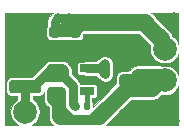
<source format=gtl>
%TF.GenerationSoftware,KiCad,Pcbnew,(5.1.7)-1*%
%TF.CreationDate,2021-10-17T00:26:19+02:00*%
%TF.ProjectId,1A buck v1,31412062-7563-46b2-9076-312e6b696361,rev?*%
%TF.SameCoordinates,Original*%
%TF.FileFunction,Copper,L1,Top*%
%TF.FilePolarity,Positive*%
%FSLAX46Y46*%
G04 Gerber Fmt 4.6, Leading zero omitted, Abs format (unit mm)*
G04 Created by KiCad (PCBNEW (5.1.7)-1) date 2021-10-17 00:26:19*
%MOMM*%
%LPD*%
G01*
G04 APERTURE LIST*
%TA.AperFunction,ComponentPad*%
%ADD10C,2.000000*%
%TD*%
%TA.AperFunction,SMDPad,CuDef*%
%ADD11R,1.220000X0.650000*%
%TD*%
%TA.AperFunction,ViaPad*%
%ADD12C,0.800000*%
%TD*%
%TA.AperFunction,ViaPad*%
%ADD13C,0.600000*%
%TD*%
%TA.AperFunction,Conductor*%
%ADD14C,0.800000*%
%TD*%
%TA.AperFunction,Conductor*%
%ADD15C,0.600000*%
%TD*%
%TA.AperFunction,Conductor*%
%ADD16C,0.400000*%
%TD*%
%TA.AperFunction,Conductor*%
%ADD17C,0.100000*%
%TD*%
G04 APERTURE END LIST*
%TO.P,C5,2*%
%TO.N,GND*%
%TA.AperFunction,SMDPad,CuDef*%
G36*
G01*
X144403000Y-86317000D02*
X144903000Y-86317000D01*
G75*
G02*
X145128000Y-86542000I0J-225000D01*
G01*
X145128000Y-86992000D01*
G75*
G02*
X144903000Y-87217000I-225000J0D01*
G01*
X144403000Y-87217000D01*
G75*
G02*
X144178000Y-86992000I0J225000D01*
G01*
X144178000Y-86542000D01*
G75*
G02*
X144403000Y-86317000I225000J0D01*
G01*
G37*
%TD.AperFunction*%
%TO.P,C5,1*%
%TO.N,OUT+*%
%TA.AperFunction,SMDPad,CuDef*%
G36*
G01*
X144403000Y-84767000D02*
X144903000Y-84767000D01*
G75*
G02*
X145128000Y-84992000I0J-225000D01*
G01*
X145128000Y-85442000D01*
G75*
G02*
X144903000Y-85667000I-225000J0D01*
G01*
X144403000Y-85667000D01*
G75*
G02*
X144178000Y-85442000I0J225000D01*
G01*
X144178000Y-84992000D01*
G75*
G02*
X144403000Y-84767000I225000J0D01*
G01*
G37*
%TD.AperFunction*%
%TD*%
%TO.P,C6,2*%
%TO.N,GND*%
%TA.AperFunction,SMDPad,CuDef*%
G36*
G01*
X142688500Y-86317000D02*
X143188500Y-86317000D01*
G75*
G02*
X143413500Y-86542000I0J-225000D01*
G01*
X143413500Y-86992000D01*
G75*
G02*
X143188500Y-87217000I-225000J0D01*
G01*
X142688500Y-87217000D01*
G75*
G02*
X142463500Y-86992000I0J225000D01*
G01*
X142463500Y-86542000D01*
G75*
G02*
X142688500Y-86317000I225000J0D01*
G01*
G37*
%TD.AperFunction*%
%TO.P,C6,1*%
%TO.N,OUT+*%
%TA.AperFunction,SMDPad,CuDef*%
G36*
G01*
X142688500Y-84767000D02*
X143188500Y-84767000D01*
G75*
G02*
X143413500Y-84992000I0J-225000D01*
G01*
X143413500Y-85442000D01*
G75*
G02*
X143188500Y-85667000I-225000J0D01*
G01*
X142688500Y-85667000D01*
G75*
G02*
X142463500Y-85442000I0J225000D01*
G01*
X142463500Y-84992000D01*
G75*
G02*
X142688500Y-84767000I225000J0D01*
G01*
G37*
%TD.AperFunction*%
%TD*%
%TO.P,C3,2*%
%TO.N,GND*%
%TA.AperFunction,SMDPad,CuDef*%
G36*
G01*
X148188499Y-86715700D02*
X150388501Y-86715700D01*
G75*
G02*
X150638500Y-86965699I0J-249999D01*
G01*
X150638500Y-87615701D01*
G75*
G02*
X150388501Y-87865700I-249999J0D01*
G01*
X148188499Y-87865700D01*
G75*
G02*
X147938500Y-87615701I0J249999D01*
G01*
X147938500Y-86965699D01*
G75*
G02*
X148188499Y-86715700I249999J0D01*
G01*
G37*
%TD.AperFunction*%
%TO.P,C3,1*%
%TO.N,OUT+*%
%TA.AperFunction,SMDPad,CuDef*%
G36*
G01*
X148188499Y-83765700D02*
X150388501Y-83765700D01*
G75*
G02*
X150638500Y-84015699I0J-249999D01*
G01*
X150638500Y-84665701D01*
G75*
G02*
X150388501Y-84915700I-249999J0D01*
G01*
X148188499Y-84915700D01*
G75*
G02*
X147938500Y-84665701I0J249999D01*
G01*
X147938500Y-84015699D01*
G75*
G02*
X148188499Y-83765700I249999J0D01*
G01*
G37*
%TD.AperFunction*%
%TD*%
%TO.P,C1,2*%
%TO.N,GND*%
%TA.AperFunction,SMDPad,CuDef*%
G36*
G01*
X141536601Y-87452100D02*
X139336599Y-87452100D01*
G75*
G02*
X139086600Y-87202101I0J249999D01*
G01*
X139086600Y-86552099D01*
G75*
G02*
X139336599Y-86302100I249999J0D01*
G01*
X141536601Y-86302100D01*
G75*
G02*
X141786600Y-86552099I0J-249999D01*
G01*
X141786600Y-87202101D01*
G75*
G02*
X141536601Y-87452100I-249999J0D01*
G01*
G37*
%TD.AperFunction*%
%TO.P,C1,1*%
%TO.N,VCC*%
%TA.AperFunction,SMDPad,CuDef*%
G36*
G01*
X141536601Y-90402100D02*
X139336599Y-90402100D01*
G75*
G02*
X139086600Y-90152101I0J249999D01*
G01*
X139086600Y-89502099D01*
G75*
G02*
X139336599Y-89252100I249999J0D01*
G01*
X141536601Y-89252100D01*
G75*
G02*
X141786600Y-89502099I0J-249999D01*
G01*
X141786600Y-90152101D01*
G75*
G02*
X141536601Y-90402100I-249999J0D01*
G01*
G37*
%TD.AperFunction*%
%TD*%
D10*
%TO.P,H2,1*%
%TO.N,GND*%
X140436600Y-84683600D03*
%TD*%
%TO.P,R1,2*%
%TO.N,VCC*%
%TA.AperFunction,SMDPad,CuDef*%
G36*
G01*
X144923000Y-91305800D02*
X144923000Y-91675800D01*
G75*
G02*
X144788000Y-91810800I-135000J0D01*
G01*
X144518000Y-91810800D01*
G75*
G02*
X144383000Y-91675800I0J135000D01*
G01*
X144383000Y-91305800D01*
G75*
G02*
X144518000Y-91170800I135000J0D01*
G01*
X144788000Y-91170800D01*
G75*
G02*
X144923000Y-91305800I0J-135000D01*
G01*
G37*
%TD.AperFunction*%
%TO.P,R1,1*%
%TO.N,Net-(R1-Pad1)*%
%TA.AperFunction,SMDPad,CuDef*%
G36*
G01*
X145943000Y-91305800D02*
X145943000Y-91675800D01*
G75*
G02*
X145808000Y-91810800I-135000J0D01*
G01*
X145538000Y-91810800D01*
G75*
G02*
X145403000Y-91675800I0J135000D01*
G01*
X145403000Y-91305800D01*
G75*
G02*
X145538000Y-91170800I135000J0D01*
G01*
X145808000Y-91170800D01*
G75*
G02*
X145943000Y-91305800I0J-135000D01*
G01*
G37*
%TD.AperFunction*%
%TD*%
%TO.P,-,1*%
%TO.N,OUT-*%
X152247600Y-89306400D03*
%TD*%
%TO.P,+,1*%
%TO.N,OUT+*%
X152247600Y-86614000D03*
%TD*%
%TO.P,-,1*%
%TO.N,VCC*%
X140436600Y-91973400D03*
%TD*%
%TO.P,C4,2*%
%TO.N,GND*%
%TA.AperFunction,SMDPad,CuDef*%
G36*
G01*
X146133800Y-85667000D02*
X147083800Y-85667000D01*
G75*
G02*
X147333800Y-85917000I0J-250000D01*
G01*
X147333800Y-86417000D01*
G75*
G02*
X147083800Y-86667000I-250000J0D01*
G01*
X146133800Y-86667000D01*
G75*
G02*
X145883800Y-86417000I0J250000D01*
G01*
X145883800Y-85917000D01*
G75*
G02*
X146133800Y-85667000I250000J0D01*
G01*
G37*
%TD.AperFunction*%
%TO.P,C4,1*%
%TO.N,OUT+*%
%TA.AperFunction,SMDPad,CuDef*%
G36*
G01*
X146133800Y-83767000D02*
X147083800Y-83767000D01*
G75*
G02*
X147333800Y-84017000I0J-250000D01*
G01*
X147333800Y-84517000D01*
G75*
G02*
X147083800Y-84767000I-250000J0D01*
G01*
X146133800Y-84767000D01*
G75*
G02*
X145883800Y-84517000I0J250000D01*
G01*
X145883800Y-84017000D01*
G75*
G02*
X146133800Y-83767000I250000J0D01*
G01*
G37*
%TD.AperFunction*%
%TD*%
D11*
%TO.P,U1,5*%
%TO.N,OUT-*%
X143074400Y-90190400D03*
%TO.P,U1,4*%
%TO.N,VCC*%
X143074400Y-88290400D03*
%TO.P,U1,3*%
%TO.N,Net-(L1-Pad1)*%
X145694400Y-88290400D03*
%TO.P,U1,2*%
%TO.N,GND*%
X145694400Y-89240400D03*
%TO.P,U1,1*%
%TO.N,Net-(R1-Pad1)*%
X145694400Y-90190400D03*
%TD*%
%TO.P,R2,1*%
%TO.N,OUT-*%
%TA.AperFunction,SMDPad,CuDef*%
G36*
G01*
X148663497Y-88778000D02*
X149913503Y-88778000D01*
G75*
G02*
X150163500Y-89027997I0J-249997D01*
G01*
X150163500Y-89653003D01*
G75*
G02*
X149913503Y-89903000I-249997J0D01*
G01*
X148663497Y-89903000D01*
G75*
G02*
X148413500Y-89653003I0J249997D01*
G01*
X148413500Y-89027997D01*
G75*
G02*
X148663497Y-88778000I249997J0D01*
G01*
G37*
%TD.AperFunction*%
%TO.P,R2,2*%
%TO.N,GND*%
%TA.AperFunction,SMDPad,CuDef*%
G36*
G01*
X148663497Y-91703000D02*
X149913503Y-91703000D01*
G75*
G02*
X150163500Y-91952997I0J-249997D01*
G01*
X150163500Y-92578003D01*
G75*
G02*
X149913503Y-92828000I-249997J0D01*
G01*
X148663497Y-92828000D01*
G75*
G02*
X148413500Y-92578003I0J249997D01*
G01*
X148413500Y-91952997D01*
G75*
G02*
X148663497Y-91703000I249997J0D01*
G01*
G37*
%TD.AperFunction*%
%TD*%
D12*
%TO.N,GND*%
X151396700Y-92735400D03*
X152273000Y-92710000D03*
X153136600Y-92710000D03*
X145694400Y-87287100D03*
X146507200Y-87109300D03*
X153035000Y-83947000D03*
D13*
X141719300Y-90919300D03*
D12*
%TO.N,OUT+*%
X143205200Y-84048600D03*
X144119600Y-84048600D03*
%TO.N,Net-(L1-Pad1)*%
X147218400Y-88773000D03*
X147218400Y-87909400D03*
%TD*%
D14*
%TO.N,GND*%
X140436600Y-86877100D02*
X140436600Y-84683600D01*
%TO.N,VCC*%
X140436600Y-91973400D02*
X140436600Y-89827100D01*
X140436600Y-89827100D02*
X141122400Y-89827100D01*
X142659100Y-88290400D02*
X143074400Y-88290400D01*
X143484600Y-88290400D02*
X143074400Y-88290400D01*
X144653000Y-91490800D02*
X144471910Y-91309710D01*
X143074400Y-88290400D02*
X143074400Y-88383673D01*
X144471910Y-89781183D02*
X144471910Y-91309710D01*
X143387526Y-88696800D02*
X143474163Y-88783437D01*
X142252700Y-88696800D02*
X143387526Y-88696800D01*
X143074400Y-88383673D02*
X143474163Y-88783437D01*
X142252700Y-88696800D02*
X142659100Y-88290400D01*
X143074400Y-88290400D02*
X143586200Y-88290400D01*
X143734514Y-88438714D02*
X143734514Y-89043786D01*
X143586200Y-88290400D02*
X143734514Y-88438714D01*
X143734514Y-89043786D02*
X144471910Y-89781183D01*
X143474163Y-88783437D02*
X143734514Y-89043786D01*
X143692328Y-89001600D02*
X143734514Y-89043786D01*
X141947900Y-89001600D02*
X143692328Y-89001600D01*
X141122400Y-89827100D02*
X141947900Y-89001600D01*
X141947900Y-89001600D02*
X142252700Y-88696800D01*
%TO.N,OUT+*%
X149275800Y-84277200D02*
X149910800Y-84277200D01*
X149199600Y-84201000D02*
X149275800Y-84277200D01*
D15*
X144653000Y-85217000D02*
X144665700Y-85217000D01*
D14*
X142938500Y-84315300D02*
X143205200Y-84048600D01*
X142938500Y-85217000D02*
X142938500Y-84315300D01*
X143205200Y-84048600D02*
X144119600Y-84048600D01*
X144653000Y-84582000D02*
X144119600Y-84048600D01*
X144653000Y-85217000D02*
X144653000Y-84582000D01*
X143598900Y-85217000D02*
X143598900Y-84759800D01*
X142938500Y-85217000D02*
X143598900Y-85217000D01*
X143598900Y-85217000D02*
X144653000Y-85217000D01*
X143598900Y-84759800D02*
X143700500Y-84658200D01*
X143700500Y-84658200D02*
X144056100Y-84658200D01*
X146608800Y-84267000D02*
X145603000Y-84267000D01*
X144338000Y-84267000D02*
X144119600Y-84048600D01*
X145603000Y-84267000D02*
X144338000Y-84267000D01*
X149214800Y-84267000D02*
X149288500Y-84340700D01*
X146608800Y-84267000D02*
X149214800Y-84267000D01*
X149288500Y-84340700D02*
X149974300Y-84340700D01*
X151015700Y-84429600D02*
X152247600Y-85661500D01*
X150336250Y-84702650D02*
X150463250Y-84829650D01*
X150463250Y-84829650D02*
X152247600Y-86614000D01*
X145603000Y-84267000D02*
X145167350Y-84702650D01*
X145167350Y-84702650D02*
X150336250Y-84702650D01*
X149974300Y-84340700D02*
X150463250Y-84829650D01*
X145167350Y-84702650D02*
X144653000Y-85217000D01*
X151015700Y-84366100D02*
X150799800Y-84150200D01*
X151015700Y-84429600D02*
X151015700Y-84366100D01*
X150799800Y-84150200D02*
X149479000Y-84150200D01*
X149288500Y-84340700D02*
X149479000Y-84150200D01*
X150698200Y-84048600D02*
X150799800Y-84150200D01*
X144119600Y-84048600D02*
X150698200Y-84048600D01*
X150698200Y-84048600D02*
X151015700Y-84366100D01*
X152247600Y-86614000D02*
X152247600Y-85661500D01*
%TO.N,OUT-*%
X152213500Y-89340500D02*
X152247600Y-89306400D01*
X142664100Y-90190400D02*
X143074400Y-90190400D01*
X143074400Y-91296500D02*
X143074400Y-91240600D01*
X143466900Y-90190400D02*
X143074400Y-90190400D01*
X142664100Y-90886200D02*
X142664100Y-90190400D01*
X143074400Y-91296500D02*
X142664100Y-90886200D01*
X146046000Y-92583000D02*
X143802100Y-92583000D01*
X143802100Y-92583000D02*
X143074400Y-91855300D01*
X143074400Y-91855300D02*
X143074400Y-91296500D01*
X143074400Y-91240600D02*
X143471900Y-90843100D01*
X143471900Y-90195400D02*
X143466900Y-90190400D01*
X143471900Y-90843100D02*
X143471900Y-90195400D01*
X143074400Y-90190400D02*
X143074400Y-90656400D01*
X143074400Y-92421700D02*
X143271490Y-92618790D01*
X143074400Y-91855300D02*
X143074400Y-92421700D01*
X150308500Y-89340500D02*
X152213500Y-89340500D01*
X150073902Y-89340500D02*
X150308500Y-89340500D01*
X149288500Y-89340500D02*
X150308500Y-89340500D01*
X144366764Y-92618790D02*
X144998210Y-92618790D01*
X143074400Y-91240600D02*
X143074400Y-91326426D01*
X144998210Y-92618790D02*
X146795612Y-92618790D01*
X143271490Y-92618790D02*
X144998210Y-92618790D01*
X143471900Y-91694000D02*
X143456937Y-91708963D01*
X143471900Y-90843100D02*
X143471900Y-91694000D01*
X143456937Y-91708963D02*
X144366764Y-92618790D01*
X143074400Y-91326426D02*
X143456937Y-91708963D01*
X151259999Y-90294001D02*
X152247600Y-89306400D01*
X146795612Y-92618790D02*
X149120401Y-90294001D01*
X149120401Y-90294001D02*
X150073902Y-89340500D01*
X152247600Y-89306400D02*
X152247600Y-89141300D01*
X152247600Y-89141300D02*
X151790400Y-88684100D01*
X149944900Y-88684100D02*
X149288500Y-89340500D01*
X151790400Y-88684100D02*
X149944900Y-88684100D01*
X149288500Y-89340500D02*
X146046000Y-92583000D01*
X150306498Y-89340500D02*
X151259999Y-90294001D01*
X149288500Y-89340500D02*
X150306498Y-89340500D01*
X150308500Y-89708800D02*
X149723299Y-90294001D01*
X150308500Y-89340500D02*
X150308500Y-89708800D01*
X149723299Y-90294001D02*
X151259999Y-90294001D01*
X149120401Y-90294001D02*
X149723299Y-90294001D01*
D15*
%TO.N,Net-(L1-Pad1)*%
X145694400Y-88290400D02*
X146596100Y-88290400D01*
D14*
X146596100Y-88290400D02*
X146837400Y-88290400D01*
X146596100Y-88290400D02*
X146735800Y-88290400D01*
X147218400Y-87909400D02*
X147218400Y-88773000D01*
X146735800Y-88290400D02*
X147218400Y-88773000D01*
X145694400Y-88290400D02*
X146735800Y-88290400D01*
X146837400Y-88290400D02*
X147218400Y-87909400D01*
X145694400Y-88290400D02*
X146837400Y-88290400D01*
X147116800Y-87909400D02*
X146735800Y-88290400D01*
X147218400Y-87909400D02*
X147116800Y-87909400D01*
D16*
%TO.N,Net-(R1-Pad1)*%
X145673000Y-90211800D02*
X145694400Y-90190400D01*
X145673000Y-91490800D02*
X145673000Y-90211800D01*
%TD*%
D17*
%TO.N,GND*%
X153419201Y-93068800D02*
X147267166Y-93068800D01*
X147277812Y-93055828D01*
X149389640Y-90944001D01*
X149691378Y-90944001D01*
X149723299Y-90947145D01*
X149755220Y-90944001D01*
X151228077Y-90944001D01*
X151259998Y-90947145D01*
X151259999Y-90947145D01*
X151291920Y-90944001D01*
X151291931Y-90944001D01*
X151387421Y-90934596D01*
X151509947Y-90897428D01*
X151622867Y-90837071D01*
X151721842Y-90755844D01*
X151742199Y-90731039D01*
X151951289Y-90521949D01*
X152124486Y-90556400D01*
X152370714Y-90556400D01*
X152612211Y-90508363D01*
X152839697Y-90414135D01*
X153044428Y-90277338D01*
X153218538Y-90103228D01*
X153355335Y-89898497D01*
X153419201Y-89744312D01*
X153419201Y-93068800D01*
%TA.AperFunction,Conductor*%
G36*
X153419201Y-93068800D02*
G01*
X147267166Y-93068800D01*
X147277812Y-93055828D01*
X149389640Y-90944001D01*
X149691378Y-90944001D01*
X149723299Y-90947145D01*
X149755220Y-90944001D01*
X151228077Y-90944001D01*
X151259998Y-90947145D01*
X151259999Y-90947145D01*
X151291920Y-90944001D01*
X151291931Y-90944001D01*
X151387421Y-90934596D01*
X151509947Y-90897428D01*
X151622867Y-90837071D01*
X151721842Y-90755844D01*
X151742199Y-90731039D01*
X151951289Y-90521949D01*
X152124486Y-90556400D01*
X152370714Y-90556400D01*
X152612211Y-90508363D01*
X152839697Y-90414135D01*
X153044428Y-90277338D01*
X153218538Y-90103228D01*
X153355335Y-89898497D01*
X153419201Y-89744312D01*
X153419201Y-93068800D01*
G37*
%TD.AperFunction*%
X142768157Y-83566404D02*
X142743357Y-83586757D01*
X142723004Y-83611557D01*
X142700312Y-83634249D01*
X142700308Y-83634254D01*
X142501458Y-83833104D01*
X142476658Y-83853457D01*
X142456305Y-83878257D01*
X142456302Y-83878260D01*
X142395430Y-83952432D01*
X142335073Y-84065353D01*
X142301502Y-84176022D01*
X142297906Y-84187878D01*
X142288500Y-84283368D01*
X142288500Y-84283379D01*
X142285356Y-84315300D01*
X142288500Y-84347221D01*
X142288500Y-84735003D01*
X142248540Y-84809763D01*
X142221441Y-84899096D01*
X142212291Y-84992000D01*
X142212291Y-85442000D01*
X142221441Y-85534904D01*
X142248540Y-85624237D01*
X142292547Y-85706568D01*
X142351769Y-85778731D01*
X142423932Y-85837953D01*
X142506263Y-85881960D01*
X142595596Y-85909059D01*
X142688500Y-85918209D01*
X143188500Y-85918209D01*
X143281404Y-85909059D01*
X143370737Y-85881960D01*
X143398725Y-85867000D01*
X143566968Y-85867000D01*
X143598900Y-85870145D01*
X143630831Y-85867000D01*
X144192775Y-85867000D01*
X144220763Y-85881960D01*
X144310096Y-85909059D01*
X144403000Y-85918209D01*
X144903000Y-85918209D01*
X144995904Y-85909059D01*
X145085237Y-85881960D01*
X145167568Y-85837953D01*
X145239731Y-85778731D01*
X145298953Y-85706568D01*
X145342960Y-85624237D01*
X145370059Y-85534904D01*
X145379209Y-85442000D01*
X145379209Y-85410029D01*
X145436588Y-85352650D01*
X150067012Y-85352650D01*
X151032051Y-86317690D01*
X150997600Y-86490886D01*
X150997600Y-86737114D01*
X151045637Y-86978611D01*
X151139865Y-87206097D01*
X151276662Y-87410828D01*
X151450772Y-87584938D01*
X151655503Y-87721735D01*
X151882989Y-87815963D01*
X152124486Y-87864000D01*
X152370714Y-87864000D01*
X152612211Y-87815963D01*
X152839697Y-87721735D01*
X153044428Y-87584938D01*
X153218538Y-87410828D01*
X153355335Y-87206097D01*
X153419200Y-87051913D01*
X153419201Y-88868488D01*
X153355335Y-88714303D01*
X153218538Y-88509572D01*
X153044428Y-88335462D01*
X152839697Y-88198665D01*
X152612211Y-88104437D01*
X152370714Y-88056400D01*
X152124486Y-88056400D01*
X152025342Y-88076121D01*
X151917822Y-88043505D01*
X151822332Y-88034100D01*
X151822321Y-88034100D01*
X151790400Y-88030956D01*
X151758479Y-88034100D01*
X149976824Y-88034100D01*
X149944900Y-88030956D01*
X149912976Y-88034100D01*
X149912968Y-88034100D01*
X149817478Y-88043505D01*
X149694952Y-88080673D01*
X149582032Y-88141030D01*
X149483057Y-88222257D01*
X149462700Y-88247062D01*
X149182971Y-88526791D01*
X148663497Y-88526791D01*
X148565717Y-88536422D01*
X148471694Y-88564943D01*
X148385042Y-88611259D01*
X148309091Y-88673591D01*
X148246759Y-88749542D01*
X148200443Y-88836194D01*
X148171922Y-88930217D01*
X148162291Y-89027997D01*
X148162291Y-89547470D01*
X146194209Y-91515553D01*
X146194209Y-91305800D01*
X146186788Y-91230454D01*
X146164811Y-91158004D01*
X146129121Y-91091234D01*
X146123000Y-91083776D01*
X146123000Y-90766609D01*
X146304400Y-90766609D01*
X146353408Y-90761782D01*
X146400534Y-90747487D01*
X146443964Y-90724273D01*
X146482032Y-90693032D01*
X146513273Y-90654964D01*
X146536487Y-90611534D01*
X146550782Y-90564408D01*
X146555609Y-90515400D01*
X146555609Y-89865400D01*
X146550782Y-89816392D01*
X146536487Y-89769266D01*
X146513273Y-89725836D01*
X146482032Y-89687768D01*
X146443964Y-89656527D01*
X146400534Y-89633313D01*
X146353408Y-89619018D01*
X146304400Y-89614191D01*
X145100502Y-89614191D01*
X145075337Y-89531235D01*
X145014980Y-89418315D01*
X144933753Y-89319340D01*
X144908949Y-89298984D01*
X144384514Y-88774548D01*
X144384514Y-88470638D01*
X144387658Y-88438714D01*
X144384514Y-88406790D01*
X144384514Y-88406782D01*
X144375109Y-88311292D01*
X144337941Y-88188766D01*
X144277584Y-88075846D01*
X144196357Y-87976871D01*
X144182380Y-87965400D01*
X144833191Y-87965400D01*
X144833191Y-88615400D01*
X144838018Y-88664408D01*
X144852313Y-88711534D01*
X144875527Y-88754964D01*
X144906768Y-88793032D01*
X144944836Y-88824273D01*
X144988266Y-88847487D01*
X145035392Y-88861782D01*
X145084400Y-88866609D01*
X145393531Y-88866609D01*
X145444452Y-88893827D01*
X145566978Y-88930995D01*
X145662468Y-88940400D01*
X146466562Y-88940400D01*
X146713512Y-89187351D01*
X146736210Y-89210049D01*
X146756558Y-89234843D01*
X146781352Y-89255191D01*
X146804049Y-89277888D01*
X146830730Y-89295715D01*
X146855531Y-89316069D01*
X146855533Y-89316070D01*
X146883829Y-89331194D01*
X146910510Y-89349022D01*
X146940156Y-89361302D01*
X146968453Y-89376427D01*
X146999153Y-89385740D01*
X147028802Y-89398021D01*
X147060278Y-89404282D01*
X147090979Y-89413595D01*
X147122909Y-89416740D01*
X147154381Y-89423000D01*
X147186469Y-89423000D01*
X147218400Y-89426145D01*
X147250332Y-89423000D01*
X147282419Y-89423000D01*
X147313890Y-89416740D01*
X147345822Y-89413595D01*
X147376525Y-89404281D01*
X147407998Y-89398021D01*
X147437644Y-89385741D01*
X147468348Y-89376427D01*
X147496648Y-89361300D01*
X147526290Y-89349022D01*
X147552967Y-89331197D01*
X147581268Y-89316070D01*
X147606070Y-89295715D01*
X147632751Y-89277888D01*
X147655443Y-89255196D01*
X147680243Y-89234843D01*
X147700596Y-89210043D01*
X147723288Y-89187351D01*
X147741115Y-89160670D01*
X147761470Y-89135868D01*
X147776597Y-89107567D01*
X147794422Y-89080890D01*
X147806700Y-89051248D01*
X147821827Y-89022948D01*
X147831141Y-88992244D01*
X147843421Y-88962598D01*
X147849681Y-88931125D01*
X147858995Y-88900422D01*
X147862140Y-88868490D01*
X147868400Y-88837019D01*
X147868400Y-88804920D01*
X147871544Y-88772999D01*
X147868400Y-88741078D01*
X147868400Y-87941332D01*
X147871545Y-87909400D01*
X147868400Y-87877468D01*
X147868400Y-87845381D01*
X147862140Y-87813910D01*
X147858995Y-87781978D01*
X147849681Y-87751275D01*
X147843421Y-87719802D01*
X147831141Y-87690156D01*
X147821827Y-87659452D01*
X147806700Y-87631152D01*
X147794422Y-87601510D01*
X147776597Y-87574833D01*
X147761470Y-87546532D01*
X147741115Y-87521730D01*
X147723288Y-87495049D01*
X147700596Y-87472357D01*
X147680243Y-87447557D01*
X147655445Y-87427206D01*
X147632751Y-87404512D01*
X147606070Y-87386685D01*
X147581268Y-87366330D01*
X147552967Y-87351203D01*
X147526290Y-87333378D01*
X147496648Y-87321100D01*
X147468348Y-87305973D01*
X147437644Y-87296659D01*
X147407998Y-87284379D01*
X147376525Y-87278119D01*
X147345822Y-87268805D01*
X147313890Y-87265660D01*
X147282419Y-87259400D01*
X147250331Y-87259400D01*
X147218400Y-87256255D01*
X147186468Y-87259400D01*
X147148720Y-87259400D01*
X147116799Y-87256256D01*
X147084878Y-87259400D01*
X147084868Y-87259400D01*
X146989378Y-87268805D01*
X146866852Y-87305973D01*
X146753932Y-87366330D01*
X146654957Y-87447557D01*
X146634600Y-87472362D01*
X146466562Y-87640400D01*
X145662468Y-87640400D01*
X145566978Y-87649805D01*
X145444452Y-87686973D01*
X145393531Y-87714191D01*
X145084400Y-87714191D01*
X145035392Y-87719018D01*
X144988266Y-87733313D01*
X144944836Y-87756527D01*
X144906768Y-87787768D01*
X144875527Y-87825836D01*
X144852313Y-87869266D01*
X144838018Y-87916392D01*
X144833191Y-87965400D01*
X144182380Y-87965400D01*
X144171549Y-87956512D01*
X144068398Y-87853360D01*
X144048043Y-87828557D01*
X143949068Y-87747330D01*
X143836148Y-87686973D01*
X143713622Y-87649805D01*
X143618132Y-87640400D01*
X143618121Y-87640400D01*
X143586200Y-87637256D01*
X143554279Y-87640400D01*
X143106331Y-87640400D01*
X143074400Y-87637255D01*
X143042468Y-87640400D01*
X142691020Y-87640400D01*
X142659099Y-87637256D01*
X142627178Y-87640400D01*
X142627168Y-87640400D01*
X142531678Y-87649805D01*
X142409152Y-87686973D01*
X142296232Y-87747330D01*
X142197257Y-87828557D01*
X142176902Y-87853360D01*
X141815662Y-88214600D01*
X141790857Y-88234957D01*
X141770502Y-88259760D01*
X141510865Y-88519397D01*
X141510859Y-88519402D01*
X141510857Y-88519404D01*
X141486057Y-88539757D01*
X141465704Y-88564557D01*
X141029371Y-89000891D01*
X139336599Y-89000891D01*
X139238818Y-89010522D01*
X139144795Y-89039043D01*
X139058143Y-89085360D01*
X138982191Y-89147691D01*
X138919860Y-89223643D01*
X138873543Y-89310295D01*
X138845022Y-89404318D01*
X138835391Y-89502099D01*
X138835391Y-90152101D01*
X138845022Y-90249882D01*
X138873543Y-90343905D01*
X138919860Y-90430557D01*
X138982191Y-90506509D01*
X139058143Y-90568840D01*
X139144795Y-90615157D01*
X139238818Y-90643678D01*
X139336599Y-90653309D01*
X139786601Y-90653309D01*
X139786600Y-90904354D01*
X139639772Y-91002462D01*
X139465662Y-91176572D01*
X139328865Y-91381303D01*
X139234637Y-91608789D01*
X139186600Y-91850286D01*
X139186600Y-92096514D01*
X139234637Y-92338011D01*
X139328865Y-92565497D01*
X139465662Y-92770228D01*
X139639772Y-92944338D01*
X139826042Y-93068800D01*
X138731600Y-93068800D01*
X138731600Y-83562800D01*
X142771761Y-83562800D01*
X142768157Y-83566404D01*
%TA.AperFunction,Conductor*%
G36*
X142768157Y-83566404D02*
G01*
X142743357Y-83586757D01*
X142723004Y-83611557D01*
X142700312Y-83634249D01*
X142700308Y-83634254D01*
X142501458Y-83833104D01*
X142476658Y-83853457D01*
X142456305Y-83878257D01*
X142456302Y-83878260D01*
X142395430Y-83952432D01*
X142335073Y-84065353D01*
X142301502Y-84176022D01*
X142297906Y-84187878D01*
X142288500Y-84283368D01*
X142288500Y-84283379D01*
X142285356Y-84315300D01*
X142288500Y-84347221D01*
X142288500Y-84735003D01*
X142248540Y-84809763D01*
X142221441Y-84899096D01*
X142212291Y-84992000D01*
X142212291Y-85442000D01*
X142221441Y-85534904D01*
X142248540Y-85624237D01*
X142292547Y-85706568D01*
X142351769Y-85778731D01*
X142423932Y-85837953D01*
X142506263Y-85881960D01*
X142595596Y-85909059D01*
X142688500Y-85918209D01*
X143188500Y-85918209D01*
X143281404Y-85909059D01*
X143370737Y-85881960D01*
X143398725Y-85867000D01*
X143566968Y-85867000D01*
X143598900Y-85870145D01*
X143630831Y-85867000D01*
X144192775Y-85867000D01*
X144220763Y-85881960D01*
X144310096Y-85909059D01*
X144403000Y-85918209D01*
X144903000Y-85918209D01*
X144995904Y-85909059D01*
X145085237Y-85881960D01*
X145167568Y-85837953D01*
X145239731Y-85778731D01*
X145298953Y-85706568D01*
X145342960Y-85624237D01*
X145370059Y-85534904D01*
X145379209Y-85442000D01*
X145379209Y-85410029D01*
X145436588Y-85352650D01*
X150067012Y-85352650D01*
X151032051Y-86317690D01*
X150997600Y-86490886D01*
X150997600Y-86737114D01*
X151045637Y-86978611D01*
X151139865Y-87206097D01*
X151276662Y-87410828D01*
X151450772Y-87584938D01*
X151655503Y-87721735D01*
X151882989Y-87815963D01*
X152124486Y-87864000D01*
X152370714Y-87864000D01*
X152612211Y-87815963D01*
X152839697Y-87721735D01*
X153044428Y-87584938D01*
X153218538Y-87410828D01*
X153355335Y-87206097D01*
X153419200Y-87051913D01*
X153419201Y-88868488D01*
X153355335Y-88714303D01*
X153218538Y-88509572D01*
X153044428Y-88335462D01*
X152839697Y-88198665D01*
X152612211Y-88104437D01*
X152370714Y-88056400D01*
X152124486Y-88056400D01*
X152025342Y-88076121D01*
X151917822Y-88043505D01*
X151822332Y-88034100D01*
X151822321Y-88034100D01*
X151790400Y-88030956D01*
X151758479Y-88034100D01*
X149976824Y-88034100D01*
X149944900Y-88030956D01*
X149912976Y-88034100D01*
X149912968Y-88034100D01*
X149817478Y-88043505D01*
X149694952Y-88080673D01*
X149582032Y-88141030D01*
X149483057Y-88222257D01*
X149462700Y-88247062D01*
X149182971Y-88526791D01*
X148663497Y-88526791D01*
X148565717Y-88536422D01*
X148471694Y-88564943D01*
X148385042Y-88611259D01*
X148309091Y-88673591D01*
X148246759Y-88749542D01*
X148200443Y-88836194D01*
X148171922Y-88930217D01*
X148162291Y-89027997D01*
X148162291Y-89547470D01*
X146194209Y-91515553D01*
X146194209Y-91305800D01*
X146186788Y-91230454D01*
X146164811Y-91158004D01*
X146129121Y-91091234D01*
X146123000Y-91083776D01*
X146123000Y-90766609D01*
X146304400Y-90766609D01*
X146353408Y-90761782D01*
X146400534Y-90747487D01*
X146443964Y-90724273D01*
X146482032Y-90693032D01*
X146513273Y-90654964D01*
X146536487Y-90611534D01*
X146550782Y-90564408D01*
X146555609Y-90515400D01*
X146555609Y-89865400D01*
X146550782Y-89816392D01*
X146536487Y-89769266D01*
X146513273Y-89725836D01*
X146482032Y-89687768D01*
X146443964Y-89656527D01*
X146400534Y-89633313D01*
X146353408Y-89619018D01*
X146304400Y-89614191D01*
X145100502Y-89614191D01*
X145075337Y-89531235D01*
X145014980Y-89418315D01*
X144933753Y-89319340D01*
X144908949Y-89298984D01*
X144384514Y-88774548D01*
X144384514Y-88470638D01*
X144387658Y-88438714D01*
X144384514Y-88406790D01*
X144384514Y-88406782D01*
X144375109Y-88311292D01*
X144337941Y-88188766D01*
X144277584Y-88075846D01*
X144196357Y-87976871D01*
X144182380Y-87965400D01*
X144833191Y-87965400D01*
X144833191Y-88615400D01*
X144838018Y-88664408D01*
X144852313Y-88711534D01*
X144875527Y-88754964D01*
X144906768Y-88793032D01*
X144944836Y-88824273D01*
X144988266Y-88847487D01*
X145035392Y-88861782D01*
X145084400Y-88866609D01*
X145393531Y-88866609D01*
X145444452Y-88893827D01*
X145566978Y-88930995D01*
X145662468Y-88940400D01*
X146466562Y-88940400D01*
X146713512Y-89187351D01*
X146736210Y-89210049D01*
X146756558Y-89234843D01*
X146781352Y-89255191D01*
X146804049Y-89277888D01*
X146830730Y-89295715D01*
X146855531Y-89316069D01*
X146855533Y-89316070D01*
X146883829Y-89331194D01*
X146910510Y-89349022D01*
X146940156Y-89361302D01*
X146968453Y-89376427D01*
X146999153Y-89385740D01*
X147028802Y-89398021D01*
X147060278Y-89404282D01*
X147090979Y-89413595D01*
X147122909Y-89416740D01*
X147154381Y-89423000D01*
X147186469Y-89423000D01*
X147218400Y-89426145D01*
X147250332Y-89423000D01*
X147282419Y-89423000D01*
X147313890Y-89416740D01*
X147345822Y-89413595D01*
X147376525Y-89404281D01*
X147407998Y-89398021D01*
X147437644Y-89385741D01*
X147468348Y-89376427D01*
X147496648Y-89361300D01*
X147526290Y-89349022D01*
X147552967Y-89331197D01*
X147581268Y-89316070D01*
X147606070Y-89295715D01*
X147632751Y-89277888D01*
X147655443Y-89255196D01*
X147680243Y-89234843D01*
X147700596Y-89210043D01*
X147723288Y-89187351D01*
X147741115Y-89160670D01*
X147761470Y-89135868D01*
X147776597Y-89107567D01*
X147794422Y-89080890D01*
X147806700Y-89051248D01*
X147821827Y-89022948D01*
X147831141Y-88992244D01*
X147843421Y-88962598D01*
X147849681Y-88931125D01*
X147858995Y-88900422D01*
X147862140Y-88868490D01*
X147868400Y-88837019D01*
X147868400Y-88804920D01*
X147871544Y-88772999D01*
X147868400Y-88741078D01*
X147868400Y-87941332D01*
X147871545Y-87909400D01*
X147868400Y-87877468D01*
X147868400Y-87845381D01*
X147862140Y-87813910D01*
X147858995Y-87781978D01*
X147849681Y-87751275D01*
X147843421Y-87719802D01*
X147831141Y-87690156D01*
X147821827Y-87659452D01*
X147806700Y-87631152D01*
X147794422Y-87601510D01*
X147776597Y-87574833D01*
X147761470Y-87546532D01*
X147741115Y-87521730D01*
X147723288Y-87495049D01*
X147700596Y-87472357D01*
X147680243Y-87447557D01*
X147655445Y-87427206D01*
X147632751Y-87404512D01*
X147606070Y-87386685D01*
X147581268Y-87366330D01*
X147552967Y-87351203D01*
X147526290Y-87333378D01*
X147496648Y-87321100D01*
X147468348Y-87305973D01*
X147437644Y-87296659D01*
X147407998Y-87284379D01*
X147376525Y-87278119D01*
X147345822Y-87268805D01*
X147313890Y-87265660D01*
X147282419Y-87259400D01*
X147250331Y-87259400D01*
X147218400Y-87256255D01*
X147186468Y-87259400D01*
X147148720Y-87259400D01*
X147116799Y-87256256D01*
X147084878Y-87259400D01*
X147084868Y-87259400D01*
X146989378Y-87268805D01*
X146866852Y-87305973D01*
X146753932Y-87366330D01*
X146654957Y-87447557D01*
X146634600Y-87472362D01*
X146466562Y-87640400D01*
X145662468Y-87640400D01*
X145566978Y-87649805D01*
X145444452Y-87686973D01*
X145393531Y-87714191D01*
X145084400Y-87714191D01*
X145035392Y-87719018D01*
X144988266Y-87733313D01*
X144944836Y-87756527D01*
X144906768Y-87787768D01*
X144875527Y-87825836D01*
X144852313Y-87869266D01*
X144838018Y-87916392D01*
X144833191Y-87965400D01*
X144182380Y-87965400D01*
X144171549Y-87956512D01*
X144068398Y-87853360D01*
X144048043Y-87828557D01*
X143949068Y-87747330D01*
X143836148Y-87686973D01*
X143713622Y-87649805D01*
X143618132Y-87640400D01*
X143618121Y-87640400D01*
X143586200Y-87637256D01*
X143554279Y-87640400D01*
X143106331Y-87640400D01*
X143074400Y-87637255D01*
X143042468Y-87640400D01*
X142691020Y-87640400D01*
X142659099Y-87637256D01*
X142627178Y-87640400D01*
X142627168Y-87640400D01*
X142531678Y-87649805D01*
X142409152Y-87686973D01*
X142296232Y-87747330D01*
X142197257Y-87828557D01*
X142176902Y-87853360D01*
X141815662Y-88214600D01*
X141790857Y-88234957D01*
X141770502Y-88259760D01*
X141510865Y-88519397D01*
X141510859Y-88519402D01*
X141510857Y-88519404D01*
X141486057Y-88539757D01*
X141465704Y-88564557D01*
X141029371Y-89000891D01*
X139336599Y-89000891D01*
X139238818Y-89010522D01*
X139144795Y-89039043D01*
X139058143Y-89085360D01*
X138982191Y-89147691D01*
X138919860Y-89223643D01*
X138873543Y-89310295D01*
X138845022Y-89404318D01*
X138835391Y-89502099D01*
X138835391Y-90152101D01*
X138845022Y-90249882D01*
X138873543Y-90343905D01*
X138919860Y-90430557D01*
X138982191Y-90506509D01*
X139058143Y-90568840D01*
X139144795Y-90615157D01*
X139238818Y-90643678D01*
X139336599Y-90653309D01*
X139786601Y-90653309D01*
X139786600Y-90904354D01*
X139639772Y-91002462D01*
X139465662Y-91176572D01*
X139328865Y-91381303D01*
X139234637Y-91608789D01*
X139186600Y-91850286D01*
X139186600Y-92096514D01*
X139234637Y-92338011D01*
X139328865Y-92565497D01*
X139465662Y-92770228D01*
X139639772Y-92944338D01*
X139826042Y-93068800D01*
X138731600Y-93068800D01*
X138731600Y-83562800D01*
X142771761Y-83562800D01*
X142768157Y-83566404D01*
G37*
%TD.AperFunction*%
X142014100Y-90854279D02*
X142010956Y-90886200D01*
X142014100Y-90918121D01*
X142014100Y-90918131D01*
X142023505Y-91013621D01*
X142053706Y-91113179D01*
X142060673Y-91136147D01*
X142121030Y-91249068D01*
X142129860Y-91259827D01*
X142202257Y-91348043D01*
X142227063Y-91368401D01*
X142424400Y-91565737D01*
X142424400Y-91823379D01*
X142421256Y-91855300D01*
X142424400Y-91887221D01*
X142424400Y-92389779D01*
X142421256Y-92421700D01*
X142424400Y-92453621D01*
X142424400Y-92453632D01*
X142433805Y-92549122D01*
X142470973Y-92671648D01*
X142531330Y-92784568D01*
X142612558Y-92883543D01*
X142637358Y-92903896D01*
X142789290Y-93055828D01*
X142799936Y-93068800D01*
X141047158Y-93068800D01*
X141233428Y-92944338D01*
X141407538Y-92770228D01*
X141544335Y-92565497D01*
X141638563Y-92338011D01*
X141686600Y-92096514D01*
X141686600Y-91850286D01*
X141638563Y-91608789D01*
X141544335Y-91381303D01*
X141407538Y-91176572D01*
X141233428Y-91002462D01*
X141086600Y-90904355D01*
X141086600Y-90653309D01*
X141536601Y-90653309D01*
X141634382Y-90643678D01*
X141728405Y-90615157D01*
X141815057Y-90568840D01*
X141891009Y-90506509D01*
X141953340Y-90430557D01*
X141999657Y-90343905D01*
X142014100Y-90296292D01*
X142014100Y-90854279D01*
%TA.AperFunction,Conductor*%
G36*
X142014100Y-90854279D02*
G01*
X142010956Y-90886200D01*
X142014100Y-90918121D01*
X142014100Y-90918131D01*
X142023505Y-91013621D01*
X142053706Y-91113179D01*
X142060673Y-91136147D01*
X142121030Y-91249068D01*
X142129860Y-91259827D01*
X142202257Y-91348043D01*
X142227063Y-91368401D01*
X142424400Y-91565737D01*
X142424400Y-91823379D01*
X142421256Y-91855300D01*
X142424400Y-91887221D01*
X142424400Y-92389779D01*
X142421256Y-92421700D01*
X142424400Y-92453621D01*
X142424400Y-92453632D01*
X142433805Y-92549122D01*
X142470973Y-92671648D01*
X142531330Y-92784568D01*
X142612558Y-92883543D01*
X142637358Y-92903896D01*
X142789290Y-93055828D01*
X142799936Y-93068800D01*
X141047158Y-93068800D01*
X141233428Y-92944338D01*
X141407538Y-92770228D01*
X141544335Y-92565497D01*
X141638563Y-92338011D01*
X141686600Y-92096514D01*
X141686600Y-91850286D01*
X141638563Y-91608789D01*
X141544335Y-91381303D01*
X141407538Y-91176572D01*
X141233428Y-91002462D01*
X141086600Y-90904355D01*
X141086600Y-90653309D01*
X141536601Y-90653309D01*
X141634382Y-90643678D01*
X141728405Y-90615157D01*
X141815057Y-90568840D01*
X141891009Y-90506509D01*
X141953340Y-90430557D01*
X141999657Y-90343905D01*
X142014100Y-90296292D01*
X142014100Y-90854279D01*
G37*
%TD.AperFunction*%
X153419200Y-86176087D02*
X153355335Y-86021903D01*
X153218538Y-85817172D01*
X153044428Y-85643062D01*
X152888679Y-85538994D01*
X152888195Y-85534078D01*
X152851027Y-85411552D01*
X152790670Y-85298632D01*
X152709443Y-85199657D01*
X152684638Y-85179300D01*
X151616414Y-84111076D01*
X151558770Y-84003233D01*
X151537924Y-83977832D01*
X151477543Y-83904257D01*
X151452733Y-83883896D01*
X151367489Y-83798652D01*
X151281998Y-83713160D01*
X151261643Y-83688357D01*
X151236836Y-83667999D01*
X151180401Y-83611563D01*
X151160043Y-83586757D01*
X151130851Y-83562800D01*
X153419200Y-83562800D01*
X153419200Y-86176087D01*
%TA.AperFunction,Conductor*%
G36*
X153419200Y-86176087D02*
G01*
X153355335Y-86021903D01*
X153218538Y-85817172D01*
X153044428Y-85643062D01*
X152888679Y-85538994D01*
X152888195Y-85534078D01*
X152851027Y-85411552D01*
X152790670Y-85298632D01*
X152709443Y-85199657D01*
X152684638Y-85179300D01*
X151616414Y-84111076D01*
X151558770Y-84003233D01*
X151537924Y-83977832D01*
X151477543Y-83904257D01*
X151452733Y-83883896D01*
X151367489Y-83798652D01*
X151281998Y-83713160D01*
X151261643Y-83688357D01*
X151236836Y-83667999D01*
X151180401Y-83611563D01*
X151160043Y-83586757D01*
X151130851Y-83562800D01*
X153419200Y-83562800D01*
X153419200Y-86176087D01*
G37*
%TD.AperFunction*%
%TD*%
M02*

</source>
